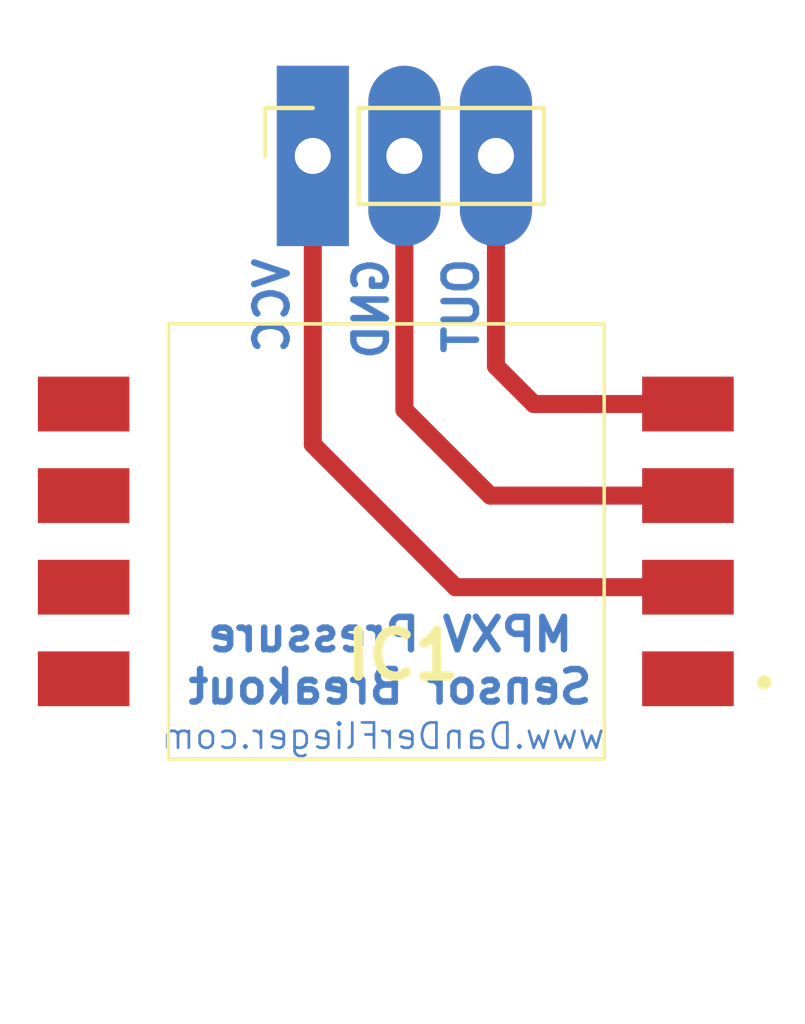
<source format=kicad_pcb>
(kicad_pcb (version 20221018) (generator pcbnew)
  (layers (0 "F.Cu" signal) (31 "B.Cu" signal) (34 "B.Paste" user) (35 "F.Paste" user) (36 "B.SilkS" user "B.Silkscreen") (37 "F.SilkS" user "F.Silkscreen") (38 "B.Mask" user) (39 "F.Mask" user) (44 "Edge.Cuts" user))
  (net 0 "")
  (net 6 "Net-(IC1-VS)")
  (net 7 "Net-(IC1-GND)")
  (net 8 "Net-(IC1-VOUT)")
  (footprint "KiCad:MPXV7007DP" (layer "F.Cu") (at 111.38 75.5)
    (fp_text reference "IC1" (at 0.475 4.349) (layer "F.SilkS") (effects (font (size 1.27 1.27) (thickness 0.254))))
    (fp_text value "MPXV7007DP" hide)
    (fp_line (start -6.032 -4.842) (end 6.057 -4.842) (stroke (width 0.1)) (layer "F.SilkS"))
    (fp_line (start -6.032 7.223) (end -6.032 -4.842) (stroke (width 0.1)) (layer "F.SilkS"))
    (fp_line (start 6.057 -4.842) (end 6.057 7.223) (stroke (width 0.1)) (layer "F.SilkS"))
    (fp_line (start 6.057 7.223) (end -6.032 7.223) (stroke (width 0.1)) (layer "F.SilkS"))
    (fp_line (start 10.5 5) (end 10.5 5) (stroke (width 0.2)) (layer "F.SilkS"))
    (fp_line (start 10.5 5.2) (end 10.5 5.2) (stroke (width 0.2)) (layer "F.SilkS"))
    (fp_arc (start 10.5 5) (mid 10.6 5.1) (end 10.5 5.2) (stroke (width 0.2)) (layer "F.SilkS"))
    (fp_arc (start 10.5 5.2) (mid 10.4 5.1) (end 10.5 5) (stroke (width 0.2)) (layer "F.SilkS"))
    (pad "1" smd rect (at 8.38 5 90) (size 1.52 2.54) (layers "F.Cu" "F.Paste" "F.Mask"))
    (pad "2" smd rect (at 8.38 2.46 90) (size 1.52 2.54) (layers "F.Cu" "F.Paste" "F.Mask") (net 6 "Net-(IC1-VS)"))
    (pad "3" smd rect (at 8.38 -0.08 90) (size 1.52 2.54) (layers "F.Cu" "F.Paste" "F.Mask") (net 7 "Net-(IC1-GND)"))
    (pad "4" smd rect (at 8.38 -2.62 90) (size 1.52 2.54) (layers "F.Cu" "F.Paste" "F.Mask") (net 8 "Net-(IC1-VOUT)"))
    (pad "5" smd rect (at -8.38 -2.62 90) (size 1.52 2.54) (layers "F.Cu" "F.Paste" "F.Mask"))
    (pad "6" smd rect (at -8.38 -0.08 90) (size 1.52 2.54) (layers "F.Cu" "F.Paste" "F.Mask"))
    (pad "7" smd rect (at -8.38 2.46 90) (size 1.52 2.54) (layers "F.Cu" "F.Paste" "F.Mask"))
    (pad "8" smd rect (at -8.38 5 90) (size 1.52 2.54) (layers "F.Cu" "F.Paste" "F.Mask"))
  )
  (footprint "Connector_PinSocket_2.54mm:PinSocket_1x03_P2.54mm_Vertical" (layer "F.Cu") (at 109.355 66 90)
    (fp_text reference "J1" hide)
    (fp_text value "Conn_01x03_MountingPin" hide)
    (fp_line (start -1.33 1.27) (end -1.33 6.41) (stroke (width 0.12)) (layer "F.SilkS"))
    (fp_line (start -1.33 1.27) (end 1.33 1.27) (stroke (width 0.12)) (layer "F.SilkS"))
    (fp_line (start -1.33 6.41) (end 1.33 6.41) (stroke (width 0.12)) (layer "F.SilkS"))
    (fp_line (start 0 -1.33) (end 1.33 -1.33) (stroke (width 0.12)) (layer "F.SilkS"))
    (fp_line (start 1.33 -1.33) (end 1.33 0) (stroke (width 0.12)) (layer "F.SilkS"))
    (fp_line (start 1.33 1.27) (end 1.33 6.41) (stroke (width 0.12)) (layer "F.SilkS"))
    (pad "" thru_hole rect (at 0 0 90) (size 5 2) (drill 1) (layers "*.Cu" "F.Mask"))
    (pad "" thru_hole oval (at 0 2.54 90) (size 5 2) (drill 1) (layers "*.Cu" "F.Mask"))
    (pad "" thru_hole oval (at 0 5.08 90) (size 5 2) (drill 1) (layers "*.Cu" "F.Mask"))
  )
  (gr_text "GND" (at 111.5 68.75 90) (layer "B.Cu") (effects (font (size 0.9 0.9) (thickness 0.18) bold) (justify left bottom mirror)))
  (gr_text "VCC" (at 108.75 68.75 90) (layer "B.Cu") (effects (font (size 0.9 0.9) (thickness 0.18) bold) (justify left bottom mirror)))
  (gr_text "OUT" (at 114 68.75 90) (layer "B.Cu") (effects (font (size 0.9 0.9) (thickness 0.18) bold) (justify left bottom mirror)))
  (gr_text "MPXV Pressure\nSensor Breakout" (at 111.5 81.25) (layer "B.Cu") (effects (font (size 0.9 0.9) (thickness 0.18) bold) (justify bottom mirror)))
  (gr_text "www.DanDerFlieger.com" (at 117.5 82.5) (layer "B.Cu") (effects (font (size 0.7 0.7) (thickness 0.075)) (justify left bottom mirror)))
  (segment (start 109.355 74) (end 109.355 66) (width 0.5) (layer "F.Cu") (net 6))
  (segment (start 119.855 77.96) (end 113.315 77.96) (width 0.5) (layer "F.Cu") (net 6))
  (segment (start 113.315 77.96) (end 109.355 74) (width 0.5) (layer "F.Cu") (net 6))
  (segment (start 114.275 75.42) (end 111.895 73.04) (width 0.5) (layer "F.Cu") (net 7))
  (segment (start 119.855 75.42) (end 114.275 75.42) (width 0.5) (layer "F.Cu") (net 7))
  (segment (start 111.895 73.04) (end 111.895 66) (width 0.5) (layer "F.Cu") (net 7))
  (segment (start 115.485 72.88) (end 114.435 71.83) (width 0.5) (layer "F.Cu") (net 8))
  (segment (start 119.855 72.88) (end 115.485 72.88) (width 0.5) (layer "F.Cu") (net 8))
  (segment (start 114.435 71.83) (end 114.435 66) (width 0.5) (layer "F.Cu") (net 8))
)
</source>
